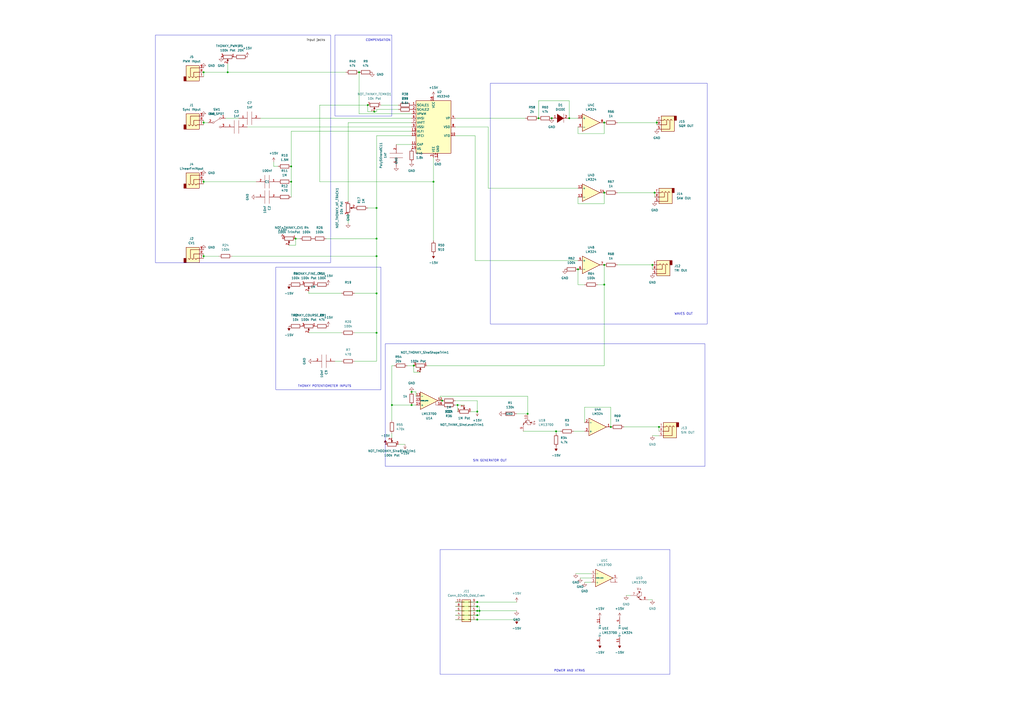
<source format=kicad_sch>
(kicad_sch (version 20230121) (generator eeschema)
  (paper "A2")
  (lib_symbols
    (symbol "Amplifier_Operational:LM13700" (pin_names (offset 0.127))
      (property "Reference" "U" (at 3.81 5.08 0))
      (property "Value" "LM13700" (at 5.08 -5.08 0))
      (symbol "LM13700_1_1"
        (polyline (pts (xy 3.81 -0.635) (xy 3.81 -2.54) (xy 5.08 -2.54)))
        (polyline (pts (xy 5.08 0) (xy -5.08 -5.08) (xy -5.08 5.08) (xy 5.08 0)) (stroke (width 0.254)) (fill (type background)))
        (pin output line (at 7.62 0 180) (length 2.54) (name "~") (number "12"))
        (pin input line (at -7.62 2.54 0) (length 2.54) (name "-") (number "13"))
        (pin input line (at -7.62 -2.54 0) (length 2.54) (name "+") (number "14"))
        (pin input line (at -7.62 0 0) (length 2.54) (name "DIODE_BIAS") (number "15"))
        (pin input line (at 7.62 -2.54 180) (length 2.54) (name "~") (number "16"))
      )
      (symbol "LM13700_2_0"
        (polyline (pts (xy -1.905 2.54) (xy -3.175 2.54)))
      )
      (symbol "LM13700_2_1"
        (circle (center -2.54 1.905) (radius 0.254) (stroke (width 0.254)) (fill (type outline)))
        (polyline (pts (xy -3.81 -0.635) (xy -2.54 -1.27)))
        (polyline (pts (xy -3.81 1.27) (xy -3.81 -1.27)))
        (polyline (pts (xy -2.54 -1.905) (xy -1.27 -2.54)))
        (polyline (pts (xy -2.54 0) (xy -2.54 -2.54)))
        (polyline (pts (xy -3.81 0.635) (xy -2.54 1.27) (xy -2.54 1.905) (xy -2.54 2.54)))
        (polyline (pts (xy -2.54 -1.27) (xy -3.175 -0.635) (xy -3.175 -1.27) (xy -2.54 -1.27)) (fill (type outline)))
        (polyline (pts (xy -2.54 -0.635) (xy -1.27 0) (xy -1.27 1.905) (xy -2.54 1.905)))
        (polyline (pts (xy -1.27 -2.54) (xy -1.905 -1.905) (xy -1.905 -2.54) (xy -1.27 -2.54)) (fill (type outline)))
        (text "V+" (at -2.54 3.81 0) (effects (font (size 1.27 1.27))))
        (pin input line (at -7.62 0 0) (length 3.81) (name "~") (number "10"))
        (pin output line (at 2.54 -2.54 180) (length 3.81) (name "~") (number "9"))
      )
      (symbol "LM13700_3_1"
        (polyline (pts (xy 3.81 -0.635) (xy 3.81 -2.54) (xy 5.08 -2.54)))
        (polyline (pts (xy 5.08 0) (xy -5.08 -5.08) (xy -5.08 5.08) (xy 5.08 0)) (stroke (width 0.254)) (fill (type background)))
        (pin input line (at 7.62 -2.54 180) (length 2.54) (name "~") (number "1"))
        (pin input line (at -7.62 0 0) (length 2.54) (name "DIODE_BIAS") (number "2"))
        (pin input line (at -7.62 -2.54 0) (length 2.54) (name "+") (number "3"))
        (pin input line (at -7.62 2.54 0) (length 2.54) (name "-") (number "4"))
        (pin output line (at 7.62 0 180) (length 2.54) (name "~") (number "5"))
      )
      (symbol "LM13700_4_0"
        (polyline (pts (xy -3.175 2.54) (xy -1.905 2.54)))
        (text "V+" (at -2.54 3.81 0) (effects (font (size 1.27 1.27))))
      )
      (symbol "LM13700_4_1"
        (circle (center -2.54 1.905) (radius 0.254) (stroke (width 0.254)) (fill (type outline)))
        (polyline (pts (xy -3.81 -0.635) (xy -2.54 -1.27)))
        (polyline (pts (xy -3.81 1.27) (xy -3.81 -1.27)))
        (polyline (pts (xy -2.54 -1.905) (xy -1.27 -2.54)))
        (polyline (pts (xy -2.54 0) (xy -2.54 -2.54)))
        (polyline (pts (xy -3.81 0.635) (xy -2.54 1.27) (xy -2.54 2.54)))
        (polyline (pts (xy -2.54 -1.27) (xy -3.175 -0.635) (xy -3.175 -1.27) (xy -2.54 -1.27)) (fill (type outline)))
        (polyline (pts (xy -2.54 -0.635) (xy -1.27 0) (xy -1.27 1.905) (xy -2.54 1.905)))
        (polyline (pts (xy -1.27 -2.54) (xy -1.905 -1.905) (xy -1.905 -2.54) (xy -1.27 -2.54)) (fill (type outline)))
        (pin input line (at -7.62 0 0) (length 3.81) (name "~") (number "7"))
        (pin output line (at 2.54 -2.54 180) (length 3.81) (name "~") (number "8"))
      )
      (symbol "LM13700_5_1"
        (pin power_in line (at -2.54 7.62 270) (length 3.81) (name "V+") (number "11"))
        (pin power_in line (at -2.54 -7.62 90) (length 3.81) (name "V-") (number "6"))
      )
    )
    (symbol "Amplifier_Operational:LM324" (pin_names (offset 0.127))
      (property "Reference" "U" (at 0 5.08 0))
      (property "Value" "LM324" (at 0 -5.08 0))
      (symbol "LM324_1_1"
        (polyline (pts (xy -5.08 5.08) (xy 5.08 0) (xy -5.08 -5.08) (xy -5.08 5.08)) (stroke (width 0.254)) (fill (type background)))
        (pin output line (at 7.62 0 180) (length 2.54) (name "~") (number "1"))
        (pin input line (at -7.62 -2.54 0) (length 2.54) (name "-") (number "2"))
        (pin input line (at -7.62 2.54 0) (length 2.54) (name "+") (number "3"))
      )
      (symbol "LM324_2_1"
        (polyline (pts (xy -5.08 5.08) (xy 5.08 0) (xy -5.08 -5.08) (xy -5.08 5.08)) (stroke (width 0.254)) (fill (type background)))
        (pin input line (at -7.62 2.54 0) (length 2.54) (name "+") (number "5"))
        (pin input line (at -7.62 -2.54 0) (length 2.54) (name "-") (number "6"))
        (pin output line (at 7.62 0 180) (length 2.54) (name "~") (number "7"))
      )
      (symbol "LM324_3_1"
        (polyline (pts (xy -5.08 5.08) (xy 5.08 0) (xy -5.08 -5.08) (xy -5.08 5.08)) (stroke (width 0.254)) (fill (type background)))
        (pin input line (at -7.62 2.54 0) (length 2.54) (name "+") (number "10"))
        (pin output line (at 7.62 0 180) (length 2.54) (name "~") (number "8"))
        (pin input line (at -7.62 -2.54 0) (length 2.54) (name "-") (number "9"))
      )
      (symbol "LM324_4_1"
        (polyline (pts (xy -5.08 5.08) (xy 5.08 0) (xy -5.08 -5.08) (xy -5.08 5.08)) (stroke (width 0.254)) (fill (type background)))
        (pin input line (at -7.62 2.54 0) (length 2.54) (name "+") (number "12"))
        (pin input line (at -7.62 -2.54 0) (length 2.54) (name "-") (number "13"))
        (pin output line (at 7.62 0 180) (length 2.54) (name "~") (number "14"))
      )
      (symbol "LM324_5_1"
        (pin power_in line (at -2.54 -7.62 90) (length 3.81) (name "V-") (number "11"))
        (pin power_in line (at -2.54 7.62 270) (length 3.81) (name "V+") (number "4"))
      )
    )
    (symbol "Audio:AS3340"
      (property "Reference" "U" (at -5.08 17.78 0))
      (property "Value" "AS3340" (at 5.08 17.78 0))
      (symbol "AS3340_0_1"
        (rectangle (start -10.16 15.24) (end 10.16 -15.24) (stroke (width 0.254)) (fill (type background)))
      )
      (symbol "AS3340_1_1"
        (pin input line (at -12.7 12.7 0) (length 2.54) (name "SCALE1") (number "1"))
        (pin output line (at 12.7 -5.08 180) (length 2.54) (name "VTO") (number "10"))
        (pin passive line (at -12.7 -10.16 0) (length 2.54) (name "CAP") (number "11"))
        (pin power_in line (at 2.54 -17.78 90) (length 2.54) (name "GND") (number "12"))
        (pin input line (at -12.7 -2.54 0) (length 2.54) (name "VLFI") (number "13"))
        (pin passive line (at -12.7 -12.7 0) (length 2.54) (name "VS") (number "14"))
        (pin input line (at -12.7 -5.08 0) (length 2.54) (name "VFCI") (number "15"))
        (pin power_in line (at 0 17.78 270) (length 2.54) (name "VCC") (number "16"))
        (pin input line (at -12.7 10.16 0) (length 2.54) (name "SCALE2") (number "2"))
        (pin power_in line (at 0 -17.78 90) (length 2.54) (name "VEE") (number "3"))
        (pin output line (at 12.7 5.08 180) (length 2.54) (name "VP") (number "4"))
        (pin input line (at -12.7 7.62 0) (length 2.54) (name "VPWM") (number "5"))
        (pin input line (at -12.7 5.08 0) (length 2.54) (name "VHSI") (number "6"))
        (pin input line (at -12.7 2.54 0) (length 2.54) (name "VHFT") (number "7"))
        (pin output line (at 12.7 0 180) (length 2.54) (name "VSO") (number "8"))
        (pin input line (at -12.7 0 0) (length 2.54) (name "VSSI") (number "9"))
      )
    )
    (symbol "Connector:AudioJack3"
      (property "Reference" "J" (at 0 8.89 0))
      (property "Value" "AudioJack3" (at 0 6.35 0))
      (symbol "AudioJack3_0_1"
        (rectangle (start -5.08 -5.08) (end -6.35 -2.54) (stroke (width 0.254)) (fill (type outline)))
        (polyline (pts (xy 0 -2.54) (xy 0.635 -3.175) (xy 1.27 -2.54) (xy 2.54 -2.54)) (stroke (width 0.254)))
        (polyline (pts (xy -1.905 -2.54) (xy -1.27 -3.175) (xy -0.635 -2.54) (xy -0.635 0) (xy 2.54 0)) (stroke (width 0.254)))
        (polyline (pts (xy 2.54 2.54) (xy -2.54 2.54) (xy -2.54 -2.54) (xy -3.175 -3.175) (xy -3.81 -2.54)) (stroke (width 0.254)))
        (rectangle (start 2.54 3.81) (end -5.08 -5.08) (stroke (width 0.254)) (fill (type background)))
      )
      (symbol "AudioJack3_1_1"
        (pin passive line (at 5.08 0 180) (length 2.54) (name "~") (number "R"))
        (pin passive line (at 5.08 2.54 180) (length 2.54) (name "~") (number "S"))
        (pin passive line (at 5.08 -2.54 180) (length 2.54) (name "~") (number "T"))
      )
    )
    (symbol "Connector_Generic:Conn_02x05_Odd_Even" (pin_names (offset 1.016) hide)
      (property "Reference" "J" (at 1.27 7.62 0))
      (property "Value" "Conn_02x05_Odd_Even" (at 1.27 -7.62 0))
      (symbol "Conn_02x05_Odd_Even_1_1"
        (rectangle (start -1.27 -4.953) (end 0 -5.207) (stroke (width 0.1524)))
        (rectangle (start -1.27 -2.413) (end 0 -2.667) (stroke (width 0.1524)))
        (rectangle (start -1.27 0.127) (end 0 -0.127) (stroke (width 0.1524)))
        (rectangle (start -1.27 2.667) (end 0 2.413) (stroke (width 0.1524)))
        (rectangle (start -1.27 5.207) (end 0 4.953) (stroke (width 0.1524)))
        (rectangle (start -1.27 6.35) (end 3.81 -6.35) (stroke (width 0.254)) (fill (type background)))
        (rectangle (start 3.81 -4.953) (end 2.54 -5.207) (stroke (width 0.1524)))
        (rectangle (start 3.81 -2.413) (end 2.54 -2.667) (stroke (width 0.1524)))
        (rectangle (start 3.81 0.127) (end 2.54 -0.127) (stroke (width 0.1524)))
        (rectangle (start 3.81 2.667) (end 2.54 2.413) (stroke (width 0.1524)))
        (rectangle (start 3.81 5.207) (end 2.54 4.953) (stroke (width 0.1524)))
        (pin passive line (at -5.08 5.08 0) (length 3.81) (name "Pin_1") (number "1"))
        (pin passive line (at 7.62 -5.08 180) (length 3.81) (name "Pin_10") (number "10"))
        (pin passive line (at 7.62 5.08 180) (length 3.81) (name "Pin_2") (number "2"))
        (pin passive line (at -5.08 2.54 0) (length 3.81) (name "Pin_3") (number "3"))
        (pin passive line (at 7.62 2.54 180) (length 3.81) (name "Pin_4") (number "4"))
        (pin passive line (at -5.08 0 0) (length 3.81) (name "Pin_5") (number "5"))
        (pin passive line (at 7.62 0 180) (length 3.81) (name "Pin_6") (number "6"))
        (pin passive line (at -5.08 -2.54 0) (length 3.81) (name "Pin_7") (number "7"))
        (pin passive line (at 7.62 -2.54 180) (length 3.81) (name "Pin_8") (number "8"))
        (pin passive line (at -5.08 -5.08 0) (length 3.81) (name "Pin_9") (number "9"))
      )
    )
    (symbol "Device:R" (pin_numbers hide) (pin_names (offset 0))
      (property "Reference" "R" (at 2.032 0 90))
      (property "Value" "R" (at 0 0 90))
      (symbol "R_0_1"
        (rectangle (start -1.016 -2.54) (end 1.016 2.54) (stroke (width 0.254)))
      )
      (symbol "R_1_1"
        (pin passive line (at 0 3.81 270) (length 1.27) (name "~") (number "1"))
        (pin passive line (at 0 -3.81 90) (length 1.27) (name "~") (number "2"))
      )
    )
    (symbol "Device:R_Potentiometer" (pin_names (offset 1.016) hide)
      (property "Reference" "RV" (at -4.445 0 90))
      (property "Value" "R_Potentiometer" (at -2.54 0 90))
      (symbol "R_Potentiometer_0_1"
        (polyline (pts (xy 2.54 0) (xy 1.524 0)))
        (polyline (pts (xy 1.143 0) (xy 2.286 0.508) (xy 2.286 -0.508) (xy 1.143 0)) (fill (type outline)))
        (rectangle (start 1.016 2.54) (end -1.016 -2.54) (stroke (width 0.254)))
      )
      (symbol "R_Potentiometer_1_1"
        (pin passive line (at 0 3.81 270) (length 1.27) (name "1") (number "1"))
        (pin passive line (at 3.81 0 180) (length 1.27) (name "2") (number "2"))
        (pin passive line (at 0 -3.81 90) (length 1.27) (name "3") (number "3"))
      )
    )
    (symbol "GND_1" (power) (pin_names (offset 0))
      (property "Value" "GND_1" (at 0 -3.81 0))
      (symbol "GND_1_0_1"
        (polyline (pts (xy 0 0) (xy 0 -1.27) (xy 1.27 -1.27) (xy 0 -2.54) (xy -1.27 -1.27) (xy 0 -1.27)))
      )
      (symbol "GND_1_1_1"
        (pin power_in line (at 0 0 270) (length 0) hide (name "GND") (number "1"))
      )
    )
    (symbol "Switch:SW_SPDT" (pin_names (offset 0) hide)
      (property "Reference" "SW" (at 0 4.318 0))
      (property "Value" "SW_SPDT" (at 0 -5.08 0))
      (symbol "SW_SPDT_0_0"
        (circle (center -2.032 0) (radius 0.508))
        (circle (center 2.032 -2.54) (radius 0.508))
      )
      (symbol "SW_SPDT_0_1"
        (polyline (pts (xy -1.524 0.254) (xy 1.651 2.286)))
        (circle (center 2.032 2.54) (radius 0.508))
      )
      (symbol "SW_SPDT_1_1"
        (pin passive line (at 5.08 2.54 180) (length 2.54) (name "A") (number "1"))
        (pin passive line (at -5.08 0 0) (length 2.54) (name "B") (number "2"))
        (pin passive line (at 5.08 -2.54 180) (length 2.54) (name "C") (number "3"))
      )
    )
    (symbol "power:+15V" (power) (pin_names (offset 0))
      (property "Value" "+15V" (at 0 3.556 0))
      (symbol "+15V_0_1"
        (polyline (pts (xy -0.762 1.27) (xy 0 2.54)))
        (polyline (pts (xy 0 0) (xy 0 2.54)))
        (polyline (pts (xy 0 2.54) (xy 0.762 1.27)))
      )
      (symbol "+15V_1_1"
        (pin power_in line (at 0 0 90) (length 0) hide (name "+15V") (number "1"))
      )
    )
    (symbol "power:-15V" (power) (pin_names (offset 0))
      (property "Value" "-15V" (at 0 3.81 0))
      (symbol "-15V_0_0"
        (pin power_in line (at 0 0 90) (length 0) hide (name "-15V") (number "1"))
      )
      (symbol "-15V_0_1"
        (polyline (pts (xy 0 0) (xy 0 1.27) (xy 0.762 1.27) (xy 0 2.54) (xy -0.762 1.27) (xy 0 1.27)) (fill (type outline)))
      )
    )
    (symbol "power:GND" (power) (pin_names (offset 0))
      (property "Value" "GND" (at 0 -3.81 0))
      (symbol "GND_0_1"
        (polyline (pts (xy 0 0) (xy 0 -1.27) (xy 1.27 -1.27) (xy 0 -2.54) (xy -1.27 -1.27) (xy 0 -1.27)))
      )
      (symbol "GND_1_1"
        (pin power_in line (at 0 0 270) (length 0) hide (name "GND") (number "1"))
      )
    )
    (symbol "pspice:C" (pin_names (offset 0.254))
      (property "Reference" "C" (at 2.54 3.81 90))
      (property "Value" "C" (at 2.54 -3.81 90))
      (symbol "C_0_1"
        (polyline (pts (xy -3.81 -1.27) (xy 3.81 -1.27)))
        (polyline (pts (xy -3.81 1.27) (xy 3.81 1.27)))
      )
      (symbol "C_1_1"
        (pin passive line (at 0 6.35 270) (length 5.08) (name "~") (number "1"))
        (pin passive line (at 0 -6.35 90) (length 5.08) (name "~") (number "2"))
      )
    )
    (symbol "pspice:DIODE" (pin_names (offset 1.016) hide)
      (property "Reference" "D" (at 0 3.81 0))
      (property "Value" "DIODE" (at 0 -4.445 0))
      (symbol "DIODE_0_1"
        (polyline (pts (xy 1.905 2.54) (xy 1.905 -2.54)))
        (polyline (pts (xy -1.905 2.54) (xy -1.905 -2.54) (xy 1.905 0)) (fill (type outline)))
      )
      (symbol "DIODE_1_1"
        (pin input line (at -5.08 0 0) (length 3.81) (name "K") (number "1"))
        (pin input line (at 5.08 0 180) (length 3.81) (name "A") (number "2"))
      )
    )
  )
  (junction (at 276.86 356.87))
  (junction (at 335.28 156.21))
  (junction (at 350.52 111.76))
  (junction (at 217.17 64.77))
  (junction (at 132.08 41.91))
  (junction (at 251.46 105.41))
  (junction (at 350.52 71.12))
  (junction (at 330.2 68.58))
  (junction (at 378.46 153.67))
  (junction (at 171.45 138.43))
  (junction (at 306.07 240.03))
  (junction (at 350.52 165.1))
  (junction (at 118.11 41.91))
  (junction (at 218.44 170.18))
  (junction (at 227.33 234.95))
  (junction (at 312.42 68.58))
  (junction (at 256.54 232.41))
  (junction (at 168.91 96.52))
  (junction (at 218.44 138.43))
  (junction (at 265.43 234.95))
  (junction (at 276.86 349.25))
  (junction (at 276.86 351.79))
  (junction (at 208.28 41.91))
  (junction (at 218.44 193.04))
  (junction (at 322.58 250.19))
  (junction (at 276.86 238.76))
  (junction (at 118.11 105.41))
  (junction (at 218.44 148.59))
  (junction (at 118.11 148.59))
  (junction (at 213.36 60.96))
  (junction (at 379.73 111.76))
  (junction (at 118.11 71.12))
  (junction (at 278.13 354.33))
  (junction (at 238.76 227.33))
  (junction (at 350.52 153.67))
  (junction (at 218.44 120.65))
  (junction (at 168.91 105.41))
  (junction (at 381 71.12))
  (junction (at 240.03 212.09))
  (junction (at 354.33 247.65))
  (junction (at 238.76 234.95))
  (junction (at 382.27 247.65))
  (junction (at 320.04 68.58))
  (junction (at 276.86 354.33))
  (junction (at 276.86 359.41))
  (wire (pts (xy 278.13 354.33) (xy 299.72 354.33)))
  (wire (pts (xy 379.73 111.76) (xy 379.73 114.3)))
  (wire (pts (xy 201.93 71.12) (xy 238.76 71.12)))
  (wire (pts (xy 264.16 351.79) (xy 276.86 351.79)))
  (wire (pts (xy 218.44 64.77) (xy 217.17 64.77)))
  (wire (pts (xy 339.09 236.22) (xy 354.33 236.22)))
  (wire (pts (xy 336.55 335.28) (xy 342.9 335.28)))
  (wire (pts (xy 158.75 96.52) (xy 158.75 93.98)))
  (wire (pts (xy 306.07 229.87) (xy 306.07 240.03)))
  (wire (pts (xy 218.44 138.43) (xy 218.44 148.59)))
  (wire (pts (xy 330.2 58.42) (xy 312.42 58.42)))
  (wire (pts (xy 240.03 215.9) (xy 243.84 215.9)))
  (wire (pts (xy 118.11 148.59) (xy 127 148.59)))
  (wire (pts (xy 264.16 354.33) (xy 276.86 354.33)))
  (wire (pts (xy 378.46 153.67) (xy 378.46 156.21)))
  (wire (pts (xy 118.11 71.12) (xy 118.11 72.39)))
  (wire (pts (xy 201.93 116.84) (xy 201.93 71.12)))
  (wire (pts (xy 299.72 240.03) (xy 306.07 240.03)))
  (wire (pts (xy 118.11 104.14) (xy 118.11 105.41)))
  (wire (pts (xy 339.09 337.82) (xy 342.9 337.82)))
  (wire (pts (xy 200.66 41.91) (xy 132.08 41.91)))
  (wire (pts (xy 229.87 83.82) (xy 238.76 83.82)))
  (wire (pts (xy 205.74 170.18) (xy 218.44 170.18)))
  (wire (pts (xy 276.86 232.41) (xy 264.16 232.41)))
  (wire (pts (xy 276.86 354.33) (xy 278.13 354.33)))
  (wire (pts (xy 276.86 356.87) (xy 278.13 356.87)))
  (wire (pts (xy 118.11 71.12) (xy 120.65 71.12)))
  (wire (pts (xy 218.44 120.65) (xy 218.44 138.43)))
  (wire (pts (xy 179.07 168.91) (xy 179.07 170.18)))
  (wire (pts (xy 189.23 138.43) (xy 218.44 138.43)))
  (wire (pts (xy 205.74 209.55) (xy 218.44 209.55)))
  (wire (pts (xy 130.81 68.58) (xy 138.43 68.58)))
  (wire (pts (xy 218.44 148.59) (xy 218.44 170.18)))
  (wire (pts (xy 322.58 250.19) (xy 303.53 250.19)))
  (wire (pts (xy 171.45 138.43) (xy 173.99 138.43)))
  (wire (pts (xy 378.46 252.73) (xy 382.27 252.73)))
  (wire (pts (xy 358.14 71.12) (xy 381 71.12)))
  (wire (pts (xy 350.52 153.67) (xy 350.52 165.1)))
  (wire (pts (xy 332.74 250.19) (xy 339.09 250.19)))
  (wire (pts (xy 118.11 147.32) (xy 118.11 148.59)))
  (wire (pts (xy 185.42 60.96) (xy 185.42 105.41)))
  (wire (pts (xy 218.44 78.74) (xy 218.44 120.65)))
  (wire (pts (xy 264.16 68.58) (xy 304.8 68.58)))
  (wire (pts (xy 350.52 77.47) (xy 350.52 71.12)))
  (wire (pts (xy 330.2 68.58) (xy 335.28 68.58)))
  (wire (pts (xy 217.17 64.77) (xy 213.36 64.77)))
  (wire (pts (xy 335.28 77.47) (xy 350.52 77.47)))
  (wire (pts (xy 276.86 351.79) (xy 278.13 351.79)))
  (wire (pts (xy 201.93 129.54) (xy 201.93 124.46)))
  (wire (pts (xy 358.14 153.67) (xy 378.46 153.67)))
  (wire (pts (xy 335.28 118.11) (xy 350.52 118.11)))
  (wire (pts (xy 218.44 78.74) (xy 238.76 78.74)))
  (wire (pts (xy 227.33 212.09) (xy 227.33 234.95)))
  (wire (pts (xy 179.07 170.18) (xy 198.12 170.18)))
  (wire (pts (xy 118.11 148.59) (xy 118.11 149.86)))
  (wire (pts (xy 236.22 212.09) (xy 240.03 212.09)))
  (wire (pts (xy 335.28 156.21) (xy 335.28 165.1)))
  (wire (pts (xy 251.46 139.7) (xy 251.46 105.41)))
  (wire (pts (xy 218.44 209.55) (xy 218.44 193.04)))
  (wire (pts (xy 335.28 165.1) (xy 339.09 165.1)))
  (wire (pts (xy 264.16 359.41) (xy 276.86 359.41)))
  (wire (pts (xy 275.59 78.74) (xy 264.16 78.74)))
  (wire (pts (xy 350.52 165.1) (xy 350.52 212.09)))
  (wire (pts (xy 276.86 238.76) (xy 273.05 238.76)))
  (wire (pts (xy 161.29 96.52) (xy 158.75 96.52)))
  (wire (pts (xy 143.51 73.66) (xy 238.76 73.66)))
  (wire (pts (xy 275.59 151.13) (xy 335.28 151.13)))
  (wire (pts (xy 335.28 73.66) (xy 335.28 77.47)))
  (wire (pts (xy 312.42 58.42) (xy 312.42 68.58)))
  (wire (pts (xy 264.16 349.25) (xy 276.86 349.25)))
  (wire (pts (xy 241.3 227.33) (xy 238.76 227.33)))
  (wire (pts (xy 276.86 349.25) (xy 299.72 349.25)))
  (wire (pts (xy 283.21 73.66) (xy 283.21 109.22)))
  (wire (pts (xy 350.52 212.09) (xy 247.65 212.09)))
  (wire (pts (xy 213.36 60.96) (xy 185.42 60.96)))
  (wire (pts (xy 255.27 229.87) (xy 306.07 229.87)))
  (wire (pts (xy 185.42 105.41) (xy 251.46 105.41)))
  (wire (pts (xy 278.13 351.79) (xy 278.13 354.33)))
  (wire (pts (xy 168.91 96.52) (xy 168.91 105.41)))
  (wire (pts (xy 330.2 68.58) (xy 330.2 58.42)))
  (wire (pts (xy 322.58 250.19) (xy 325.12 250.19)))
  (wire (pts (xy 168.91 76.2) (xy 168.91 96.52)))
  (wire (pts (xy 381 71.12) (xy 381 72.39)))
  (wire (pts (xy 118.11 69.85) (xy 118.11 71.12)))
  (wire (pts (xy 168.91 76.2) (xy 238.76 76.2)))
  (wire (pts (xy 350.52 118.11) (xy 350.52 111.76)))
  (wire (pts (xy 132.08 36.83) (xy 132.08 41.91)))
  (wire (pts (xy 167.64 142.24) (xy 171.45 142.24)))
  (wire (pts (xy 227.33 234.95) (xy 238.76 234.95)))
  (wire (pts (xy 213.36 60.96) (xy 213.36 64.77)))
  (wire (pts (xy 118.11 41.91) (xy 132.08 41.91)))
  (wire (pts (xy 218.44 63.5) (xy 218.44 64.77)))
  (wire (pts (xy 240.03 212.09) (xy 240.03 215.9)))
  (wire (pts (xy 134.62 148.59) (xy 218.44 148.59)))
  (wire (pts (xy 276.86 238.76) (xy 276.86 232.41)))
  (wire (pts (xy 118.11 41.91) (xy 118.11 44.45)))
  (wire (pts (xy 335.28 114.3) (xy 335.28 118.11)))
  (wire (pts (xy 269.24 234.95) (xy 265.43 234.95)))
  (wire (pts (xy 227.33 234.95) (xy 227.33 243.84)))
  (wire (pts (xy 251.46 105.41) (xy 251.46 91.44)))
  (wire (pts (xy 220.98 60.96) (xy 231.14 60.96)))
  (wire (pts (xy 208.28 41.91) (xy 208.28 66.04)))
  (wire (pts (xy 168.91 105.41) (xy 168.91 114.3)))
  (wire (pts (xy 208.28 66.04) (xy 238.76 66.04)))
  (wire (pts (xy 213.36 120.65) (xy 218.44 120.65)))
  (wire (pts (xy 227.33 212.09) (xy 228.6 212.09)))
  (wire (pts (xy 205.74 193.04) (xy 218.44 193.04)))
  (wire (pts (xy 265.43 238.76) (xy 265.43 234.95)))
  (wire (pts (xy 358.14 111.76) (xy 379.73 111.76)))
  (wire (pts (xy 363.22 345.44) (xy 365.76 345.44)))
  (wire (pts (xy 198.12 193.04) (xy 179.07 193.04)))
  (wire (pts (xy 361.95 247.65) (xy 382.27 247.65)))
  (wire (pts (xy 350.52 165.1) (xy 346.71 165.1)))
  (wire (pts (xy 278.13 354.33) (xy 278.13 356.87)))
  (wire (pts (xy 283.21 109.22) (xy 335.28 109.22)))
  (wire (pts (xy 334.01 332.74) (xy 342.9 332.74)))
  (wire (pts (xy 255.27 229.87) (xy 255.27 232.41)))
  (wire (pts (xy 265.43 234.95) (xy 264.16 234.95)))
  (wire (pts (xy 322.58 251.46) (xy 322.58 250.19)))
  (wire (pts (xy 375.92 347.98) (xy 378.46 347.98)))
  (wire (pts (xy 264.16 356.87) (xy 276.86 356.87)))
  (wire (pts (xy 148.59 105.41) (xy 118.11 105.41)))
  (wire (pts (xy 241.3 229.87) (xy 241.3 227.33)))
  (wire (pts (xy 227.33 251.46) (xy 227.33 254)))
  (wire (pts (xy 339.09 245.11) (xy 339.09 236.22)))
  (wire (pts (xy 275.59 151.13) (xy 275.59 78.74)))
  (wire (pts (xy 171.45 142.24) (xy 171.45 138.43)))
  (wire (pts (xy 218.44 170.18) (xy 218.44 193.04)))
  (wire (pts (xy 382.27 247.65) (xy 382.27 250.19)))
  (wire (pts (xy 234.95 257.81) (xy 231.14 257.81)))
  (wire (pts (xy 264.16 73.66) (xy 283.21 73.66)))
  (wire (pts (xy 151.13 68.58) (xy 238.76 68.58)))
  (wire (pts (xy 231.14 63.5) (xy 218.44 63.5)))
  (wire (pts (xy 118.11 105.41) (xy 118.11 106.68)))
  (wire (pts (xy 381 69.85) (xy 381 71.12)))
  (wire (pts (xy 198.12 209.55) (xy 194.31 209.55)))
  (wire (pts (xy 255.27 232.41) (xy 256.54 232.41)))
  (wire (pts (xy 354.33 236.22) (xy 354.33 247.65)))
  (wire (pts (xy 276.86 359.41) (xy 299.72 359.41)))
  (wire (pts (xy 241.3 234.95) (xy 238.76 234.95)))
  (rectangle (start 160.02 154.94) (end 220.98 226.06))
  (rectangle (start 255.27 318.77) (end 388.62 391.16))
  (rectangle (start 90.17 20.32) (end 191.77 152.4))
  (rectangle (start 223.52 199.39) (end 408.94 270.51))
  (rectangle (start 284.48 48.26) (end 410.21 187.96))
  (rectangle (start 194.31 20.32) (end 227.33 67.31))
  (text "WAVES OUT" (at 391.16 182.88 0) (effects (font (size 1.27 1.27)) (justify left bottom)))
  (text "POWER AND XTRAS" (at 321.31 389.89 0) (effects (font (size 1.27 1.27)) (justify left bottom)))
  (text "COMPENSATION" (at 212.09 24.13 0) (effects (font (size 1.27 1.27)) (justify left bottom)))
  (text "SIN GENERATOR OUT" (at 274.32 267.97 0) (effects (font (size 1.27 1.27)) (justify left bottom)))
  (text "THONKY POTENTIOMETER INPUTS" (at 172.72 224.79 0) (effects (font (size 1.27 1.27)) (justify left bottom)))
  (label "input jacks" (at 177.8 24.13 0))
  (symbol (lib_id "Connector:AudioJack3") (at 113.03 147.32 0) (unit 1)
    (property "Reference" "J2" (at 111.125 138.43 0))
    (property "Value" "CV1" (at 111.125 140.97 0))
    (property "Footprint" "AudioJacks:Jack_3.5mm_QingPu_WQP-PJ398SM_Vertical" (effects hide))
  )
  (symbol (lib_id "Device:R") (at 201.93 209.55 90) (unit 1)
    (property "Reference" "R7" (at 201.93 203.0083 90))
    (property "Value" "470" (at 201.93 205.5483 90))
    (property "Footprint" "Resistor_SMD:R_0805_2012Metric" (effects hide))
  )
  (symbol (lib_id "power:GND") (at 118.11 144.78 180) (unit 1)
    (property "Reference" "#PWR0121" (effects hide))
    (property "Value" "GND" (at 120.65 143.5099 0) (effects (justify right)))
  )
  (symbol (lib_id "Amplifier_Operational:LM13700") (at 350.52 365.76 0) (unit 5)
    (property "Reference" "U1" (at 349.25 364.4899 0) (effects (justify left)))
    (property "Value" "LM13700" (at 349.25 367.0299 0) (effects (justify left)))
    (property "Footprint" "Package_SO:SOIC-16_3.9x9.9mm_P1.27mm" (effects hide))
    (property "Datasheet" "http://www.ti.com/lit/ds/symlink/lm13700.pdf" (effects hide))
  )
  (symbol (lib_id "Device:R") (at 322.58 255.27 180) (unit 1)
    (property "Reference" "R34" (at 325.12 253.9999 0) (effects (justify right)))
    (property "Value" "4.7k" (at 325.12 256.5399 0) (effects (justify right)))
    (property "Footprint" "Resistor_SMD:R_1206_3216Metric" (effects hide))
  )
  (symbol (lib_id "Amplifier_Operational:LM324") (at 342.9 111.76 0) (unit 4)
    (property "Reference" "U4" (at 342.9 101.6 0))
    (property "Value" "LM324" (at 342.9 104.14 0))
    (property "Footprint" "Package_SO:SOIC-14_3.9x8.7mm_P1.27mm" (effects hide))
    (property "Datasheet" "http://www.ti.com/lit/ds/symlink/lm2902-n.pdf" (effects hide))
  )
  (symbol (lib_id "pspice:DIODE") (at 325.12 68.58 0) (unit 1)
    (property "Reference" "D1" (at 325.12 60.96 0))
    (property "Value" "DIODE" (at 325.12 63.5 0))
    (property "Footprint" "Capacitor_THT:C_Disc_D3.0mm_W1.6mm_P2.50mm" (effects hide))
  )
  (symbol (lib_id "Connector:AudioJack3") (at 113.03 41.91 0) (unit 1)
    (property "Reference" "J5" (at 111.125 33.02 0))
    (property "Value" "PWM INput" (at 111.125 35.56 0))
    (property "Footprint" "AudioJacks:Jack_3.5mm_QingPu_WQP-PJ398SM_Vertical" (effects hide))
  )
  (symbol (lib_id "power:+15V") (at 347.98 358.14 0) (unit 1)
    (property "Reference" "#PWR0161" (effects hide))
    (property "Value" "+15V" (at 347.98 353.06 0))
  )
  (symbol (lib_id "power:GND") (at 299.72 354.33 0) (unit 1)
    (property "Reference" "#PWR0109" (effects hide))
    (property "Value" "GND" (at 299.72 359.41 0))
  )
  (symbol (lib_id "Device:R") (at 227.33 247.65 0) (unit 1)
    (property "Reference" "R55" (at 229.87 246.38 0) (effects (justify left)))
    (property "Value" "470k" (at 229.87 248.92 0) (effects (justify left)))
    (property "Footprint" "Resistor_SMD:R_0805_2012Metric" (effects hide))
  )
  (symbol (lib_id "Device:R") (at 130.81 148.59 90) (unit 1)
    (property "Reference" "R24" (at 130.81 142.24 90))
    (property "Value" "100k" (at 130.81 144.78 90))
    (property "Footprint" "Resistor_SMD:R_1206_3216Metric" (effects hide))
  )
  (symbol (lib_id "power:GND") (at 229.87 96.52 0) (unit 1)
    (property "Reference" "#PWR0116" (effects hide))
    (property "Value" "GND" (at 229.87 95.25 90) (effects (justify left)))
  )
  (symbol (lib_id "Device:R_Potentiometer") (at 167.64 138.43 270) (unit 1)
    (property "Reference" "NOT+THINKY_CV1" (at 167.64 132.08 90))
    (property "Value" "100k TrimPot" (at 167.64 134.62 90))
    (property "Footprint" "Potentiometer_THT:Potentiometer_ACP_CA6-H2,5_Horizontal" (effects hide))
  )
  (symbol (lib_id "Device:R") (at 232.41 212.09 90) (unit 1)
    (property "Reference" "R54" (at 231.14 207.01 90))
    (property "Value" "20k" (at 231.14 209.55 90))
    (property "Footprint" "Resistor_SMD:R_0805_2012Metric" (effects hide))
  )
  (symbol (lib_id "Device:R") (at 201.93 193.04 90) (unit 1)
    (property "Reference" "R20" (at 201.93 186.69 90))
    (property "Value" "100k" (at 201.93 189.23 90))
    (property "Footprint" "Resistor_SMD:R_1206_3216Metric" (effects hide))
  )
  (symbol (lib_id "Connector:AudioJack3") (at 386.08 72.39 180) (unit 1)
    (property "Reference" "J15" (at 393.7 70.4849 0) (effects (justify right)))
    (property "Value" "SQR OUT" (at 393.7 73.0249 0) (effects (justify right)))
    (property "Footprint" "AudioJacks:Jack_3.5mm_QingPu_WQP-PJ398SM_Vertical" (effects hide))
  )
  (symbol (lib_id "Audio:AS3340") (at 251.46 73.66 0) (unit 1)
    (property "Reference" "U2" (at 253.4794 53.34 0) (effects (justify left)))
    (property "Value" "AS3340" (at 253.4794 55.88 0) (effects (justify left)))
    (property "Footprint" "Package_DIP:DIP-16_W7.62mm" (effects hide))
    (property "Datasheet" "http://www.alfarzpp.lv/eng/sc/AS3340.pdf" (effects hide))
  )
  (symbol (lib_id "power:GND") (at 339.09 337.82 0) (unit 1)
    (property "Reference" "#PWR0126" (effects hide))
    (property "Value" "GND" (at 339.09 342.9 0))
  )
  (symbol (lib_id "Device:R_Potentiometer") (at 179.07 189.23 270) (unit 1)
    (property "Reference" "THONKY_COURSE_CV1" (at 179.07 182.88 90))
    (property "Value" "100k Pot" (at 179.07 185.42 90))
    (property "Footprint" "Potentiometer_THT:Potentiometer_Alps_RK09K_Single_Vertical" (effects hide))
  )
  (symbol (lib_id "Device:R") (at 238.76 231.14 0) (unit 1)
    (property "Reference" "R51" (effects hide))
    (property "Value" "1k" (at 236.22 229.8701 0) (effects (justify right)))
    (property "Footprint" "Resistor_SMD:R_1206_3216Metric" (effects hide))
  )
  (symbol (lib_id "Device:R") (at 358.14 247.65 90) (unit 1)
    (property "Reference" "R69" (at 358.14 241.3 90))
    (property "Value" "1k" (at 358.14 243.84 90))
    (property "Footprint" "Resistor_SMD:R_1206_3216Metric" (effects hide))
  )
  (symbol (lib_id "Device:R") (at 354.33 71.12 90) (unit 1)
    (property "Reference" "R66" (at 354.33 64.77 90))
    (property "Value" "1k" (at 354.33 67.31 90))
    (property "Footprint" "Resistor_SMD:R_1206_3216Metric" (effects hide))
  )
  (symbol (lib_id "power:GND") (at 363.22 345.44 0) (unit 1)
    (property "Reference" "#PWR0117" (effects hide))
    (property "Value" "GND" (at 363.22 350.52 0))
  )
  (symbol (lib_id "Device:R_Potentiometer") (at 179.07 165.1 270) (unit 1)
    (property "Reference" "THONKY_FINE_CV1" (at 179.07 158.75 90))
    (property "Value" "100k Pot" (at 179.07 161.29 90))
    (property "Footprint" "Potentiometer_THT:Potentiometer_Alps_RK09K_Single_Vertical" (effects hide))
  )
  (symbol (lib_id "Device:R") (at 260.35 232.41 270) (unit 1)
    (property "Reference" "R37" (at 260.35 238.76 90))
    (property "Value" "1M" (at 260.35 236.22 90))
    (property "Footprint" "Resistor_SMD:R_1206_3216Metric" (effects hide))
  )
  (symbol (lib_id "power:GND") (at 381 74.93 0) (unit 1)
    (property "Reference" "#PWR0164" (effects hide))
    (property "Value" "GND" (at 381 80.01 0))
  )
  (symbol (lib_id "power:+15V") (at 234.95 257.81 180) (unit 1)
    (property "Reference" "#PWR0157" (effects hide))
    (property "Value" "+15V" (at 234.95 262.89 0))
  )
  (symbol (lib_id "Amplifier_Operational:LM13700") (at 350.52 335.28 0) (unit 3)
    (property "Reference" "U1" (at 350.52 325.12 0))
    (property "Value" "LM13700" (at 350.52 327.66 0))
    (property "Footprint" "Package_SO:SOIC-16_3.9x9.9mm_P1.27mm" (effects hide))
    (property "Datasheet" "http://www.ti.com/lit/ds/symlink/lm13700.pdf" (effects hide))
  )
  (symbol (lib_id "power:+15V") (at 190.5 165.1 0) (unit 1)
    (property "Reference" "#PWR0122" (effects hide))
    (property "Value" "+15V" (at 190.5 160.02 0))
  )
  (symbol (lib_id "pspice:C") (at 154.94 105.41 270) (unit 1)
    (property "Reference" "C1" (at 154.94 105.41 90))
    (property "Value" "100nf" (at 154.94 99.06 90))
    (property "Footprint" "Capacitor_SMD:C_1206_3216Metric" (effects hide))
  )
  (symbol (lib_id "power:GND") (at 201.93 129.54 0) (unit 1)
    (property "Reference" "#PWR0106" (effects hide))
    (property "Value" "GND" (at 201.93 128.27 90) (effects (justify left)))
  )
  (symbol (lib_id "power:-15V") (at 251.46 147.32 180) (unit 1)
    (property "Reference" "#PWR0170" (effects hide))
    (property "Value" "-15V" (at 251.46 152.4 0))
  )
  (symbol (lib_id "Device:R") (at 234.95 63.5 90) (unit 1)
    (property "Reference" "R39" (at 234.95 57.15 90))
    (property "Value" "5.6k" (at 234.95 59.69 90))
    (property "Footprint" "Resistor_SMD:R_0805_2012Metric" (effects hide))
  )
  (symbol (lib_id "Amplifier_Operational:LM13700") (at 306.07 247.65 270) (unit 2)
    (property "Reference" "U1" (at 312.42 243.8399 90) (effects (justify left)))
    (property "Value" "LM13700" (at 312.42 246.3799 90) (effects (justify left)))
    (property "Footprint" "Package_SO:SOIC-16_3.9x9.9mm_P1.27mm" (effects hide))
    (property "Datasheet" "http://www.ti.com/lit/ds/symlink/lm13700.pdf" (effects hide))
  )
  (symbol (lib_id "power:GND") (at 334.01 332.74 0) (unit 1)
    (property "Reference" "#PWR0119" (effects hide))
    (property "Value" "GND" (at 334.01 337.82 0))
  )
  (symbol (lib_id "Device:R") (at 260.35 234.95 270) (unit 1)
    (property "Reference" "R36" (at 260.35 241.3 90))
    (property "Value" "100k" (at 260.35 238.76 90))
    (property "Footprint" "Resistor_SMD:R_1206_3216Metric" (effects hide))
  )
  (symbol (lib_id "Device:R_Potentiometer") (at 201.93 120.65 0) (unit 1)
    (property "Reference" "NOT_THONKY_HF_TRACK1" (at 195.58 120.65 90))
    (property "Value" "10k Pot" (at 198.12 120.65 90))
    (property "Footprint" "Potentiometer_THT:Potentiometer_ACP_CA6-H2,5_Horizontal" (effects hide))
  )
  (symbol (lib_id "Connector:AudioJack3") (at 384.81 114.3 180) (unit 1)
    (property "Reference" "J14" (at 392.43 112.3949 0) (effects (justify right)))
    (property "Value" "SAW OUt" (at 392.43 114.9349 0) (effects (justify right)))
    (property "Footprint" "AudioJacks:Jack_3.5mm_QingPu_WQP-PJ398SM_Vertical" (effects hide))
  )
  (symbol (lib_id "Device:R_Potentiometer") (at 217.17 60.96 270) (unit 1)
    (property "Reference" "NOT_THINKY_TEMKO1" (at 217.17 54.61 90))
    (property "Value" "10k Pot" (at 217.17 57.15 90))
    (property "Footprint" "Potentiometer_THT:Potentiometer_ACP_CA6-H2,5_Horizontal" (effects hide))
  )
  (symbol (lib_id "power:GND") (at 336.55 335.28 0) (unit 1)
    (property "Reference" "#PWR0120" (effects hide))
    (property "Value" "GND" (at 336.55 340.36 0))
  )
  (symbol (lib_id "Device:R") (at 316.23 68.58 90) (unit 1)
    (property "Reference" "R60" (at 316.23 62.23 90))
    (property "Value" "47k" (at 316.23 64.77 90))
    (property "Footprint" "Resistor_SMD:R_0805_2012Metric" (effects hide))
  )
  (symbol (lib_id "pspice:C") (at 187.96 209.55 270) (unit 1)
    (property "Reference" "C9" (at 189.2301 214.63 0) (effects (justify left)))
    (property "Value" "10nf" (at 186.6901 214.63 0) (effects (justify left)))
    (property "Footprint" "Capacitor_SMD:C_1206_3216Metric" (effects hide))
  )
  (symbol (lib_id "Device:R") (at 328.93 250.19 90) (unit 1)
    (property "Reference" "R3" (at 328.93 243.84 90))
    (property "Value" "1k" (at 328.93 246.38 90))
    (property "Footprint" "Resistor_SMD:R_1206_3216Metric" (effects hide))
  )
  (symbol (lib_id "power:-15V") (at 347.98 373.38 180) (unit 1)
    (property "Reference" "#PWR0159" (effects hide))
    (property "Value" "-15V" (at 347.98 378.46 0))
  )
  (symbol (lib_id "Device:R") (at 204.47 41.91 90) (unit 1)
    (property "Reference" "R40" (at 204.47 35.56 90))
    (property "Value" "47k" (at 204.47 38.1 90))
    (property "Footprint" "Resistor_SMD:R_0805_2012Metric" (effects hide))
  )
  (symbol (lib_id "Device:R") (at 186.69 189.23 90) (unit 1)
    (property "Reference" "R8" (at 186.69 182.88 90))
    (property "Value" "47k" (at 186.69 185.42 90))
    (property "Footprint" "Resistor_SMD:R_0805_2012Metric" (effects hide))
  )
  (symbol (lib_id "power:-15V") (at 359.41 373.38 180) (unit 1)
    (property "Reference" "#PWR0160" (effects hide))
    (property "Value" "-15V" (at 359.41 378.46 0))
  )
  (symbol (lib_id "power:GND") (at 378.46 252.73 0) (unit 1)
    (property "Reference" "#PWR0169" (effects hide))
    (property "Value" "GND" (at 378.46 257.81 0))
  )
  (symbol (lib_id "Switch:SW_SPDT") (at 125.73 71.12 0) (unit 1)
    (property "Reference" "SW1" (at 125.73 63.5 0))
    (property "Value" "SW_SPDT" (at 125.73 66.04 0))
    (property "Footprint" "AAA MY Parts:Dailywell mini DWB1 SPDT" (effects hide))
  )
  (symbol (lib_id "power:GND") (at 118.11 101.6 180) (unit 1)
    (property "Reference" "#PWR0104" (effects hide))
    (property "Value" "GND" (at 120.65 100.3299 0) (effects (justify right)))
  )
  (symbol (lib_id "Connector:AudioJack3") (at 113.03 104.14 0) (unit 1)
    (property "Reference" "J4" (at 111.125 95.25 0))
    (property "Value" "LinearFmINput" (at 111.125 97.79 0))
    (property "Footprint" "AudioJacks:Jack_3.5mm_QingPu_WQP-PJ398SM_Vertical" (effects hide))
  )
  (symbol (lib_id "Device:R") (at 212.09 41.91 90) (unit 1)
    (property "Reference" "R9" (at 212.09 35.56 90))
    (property "Value" "47k" (at 212.09 38.1 90))
    (property "Footprint" "Resistor_SMD:R_0805_2012Metric" (effects hide))
  )
  (symbol (lib_id "power:GND") (at 254 91.44 0) (unit 1)
    (property "Reference" "#PWR0171" (effects hide))
    (property "Value" "GND" (at 254 95.25 0))
  )
  (symbol (lib_id "power:+15V") (at 190.5 189.23 0) (unit 1)
    (property "Reference" "#PWR0123" (effects hide))
    (property "Value" "+15V" (at 190.5 184.15 0))
  )
  (symbol (lib_id "Device:R") (at 171.45 189.23 90) (unit 1)
    (property "Reference" "R2" (at 171.45 182.88 90))
    (property "Value" "10k" (at 171.45 185.42 90))
    (property "Footprint" "Resistor_SMD:R_1206_3216Metric" (effects hide))
  )
  (symbol (lib_id "Amplifier_Operational:LM13700") (at 248.92 232.41 0) (unit 1)
    (property "Reference" "U1" (at 248.92 242.57 0))
    (property "Value" "LM13700" (at 248.92 240.03 0))
    (property "Footprint" "Package_SO:SOIC-16_3.9x9.9mm_P1.27mm" (effects hide))
    (property "Datasheet" "http://www.ti.com/lit/ds/symlink/lm13700.pdf" (effects hide))
  )
  (symbol (lib_id "pspice:C") (at 137.16 73.66 90) (unit 1)
    (property "Reference" "C3" (at 137.16 64.77 90))
    (property "Value" "1nf" (at 137.16 67.31 90))
    (property "Footprint" "Capacitor_SMD:C_1206_3216Metric" (effects hide))
  )
  (symbol (lib_id "power:+15V") (at 276.86 238.76 180) (unit 1)
    (property "Reference" "#PWR0113" (effects hide))
    (property "Value" "+15V" (at 276.86 243.84 0))
  )
  (symbol (lib_id "Device:R") (at 201.93 170.18 90) (unit 1)
    (property "Reference" "R19" (at 201.93 163.83 90))
    (property "Value" "1M" (at 181.61 166.37 90))
    (property "Footprint" "Resistor_SMD:R_1206_3216Metric" (effects hide))
  )
  (symbol (lib_id "Device:R") (at 186.69 165.1 90) (unit 1)
    (property "Reference" "R16" (at 186.69 158.75 90))
    (property "Value" "100k" (at 186.69 161.29 90))
    (property "Footprint" "Resistor_SMD:R_1206_3216Metric" (effects hide))
  )
  (symbol (lib_id "power:+15V") (at 299.72 349.25 0) (unit 1)
    (property "Reference" "#PWR0110" (effects hide))
    (property "Value" "+15V" (at 299.72 344.17 0))
  )
  (symbol (lib_id "Device:R") (at 171.45 165.1 90) (unit 1)
    (property "Reference" "R6" (at 171.45 158.75 90))
    (property "Value" "100k" (at 171.45 161.29 90))
    (property "Footprint" "Resistor_SMD:R_1206_3216Metric" (effects hide))
  )
  (symbol (lib_id "power:GND") (at 320.04 68.58 0) (unit 1)
    (property "Reference" "#PWR0163" (effects hide))
    (property "Value" "GND" (at 320.04 73.66 0))
  )
  (symbol (lib_id "Device:R") (at 165.1 105.41 90) (unit 1)
    (property "Reference" "R11" (at 165.1 99.06 90))
    (property "Value" "1M" (at 165.1 101.6 90))
    (property "Footprint" "Resistor_SMD:R_1206_3216Metric" (effects hide))
  )
  (symbol (lib_id "power:GND") (at 238.76 227.33 180) (unit 1)
    (property "Reference" "#PWR0101" (effects hide))
    (property "Value" "GND" (at 238.76 222.25 0))
  )
  (symbol (lib_id "power:+15V") (at 163.83 138.43 0) (unit 1)
    (property "Reference" "#PWR0105" (effects hide))
    (property "Value" "+15V" (at 163.83 133.35 0))
  )
  (symbol (lib_id "Device:R") (at 354.33 111.76 90) (unit 1)
    (property "Reference" "R67" (at 354.33 105.41 90))
    (property "Value" "1k" (at 354.33 107.95 90))
    (property "Footprint" "Resistor_SMD:R_1206_3216Metric" (effects hide))
  )
  (symbol (lib_id "Connector_Generic:Conn_02x05_Odd_Even") (at 271.78 354.33 180) (unit 1)
    (property "Reference" "J11" (at 270.51 342.9 0))
    (property "Value" "Conn_02x05_Odd_Even" (at 270.51 345.44 0))
    (property "Footprint" "Connector_PinHeader_2.54mm:PinHeader_2x05_P2.54mm_Vertical" (effects hide))
  )
  (symbol (lib_id "Amplifier_Operational:LM324") (at 346.71 247.65 0) (mirror x) (unit 1)
    (property "Reference" "U4" (at 346.71 237.49 0))
    (property "Value" "LM324" (at 346.71 240.03 0))
    (property "Footprint" "Package_SO:SOIC-14_3.9x8.7mm_P1.27mm" (effects hide))
    (property "Datasheet" "http://www.ti.com/lit/ds/symlink/lm2902-n.pdf" (effects hide))
  )
  (symbol (lib_id "power:GND") (at 379.73 116.84 0) (unit 1)
    (property "Reference" "#PWR0165" (effects hide))
    (property "Value" "GND" (at 379.73 121.92 0))
  )
  (symbol (lib_id "Device:R") (at 238.76 90.17 0) (unit 1)
    (property "Reference" "R46" (at 241.3 88.8999 0) (effects (justify left)))
    (property "Value" "1.8k" (at 241.3 91.4399 0) (effects (justify left)))
    (property "Footprint" "Resistor_SMD:R_0805_2012Metric" (effects hide))
  )
  (symbol (lib_id "Device:R") (at 209.55 120.65 270) (unit 1)
    (property "Reference" "R17" (at 208.2799 118.11 0) (effects (justify right)))
    (property "Value" "1M" (at 210.8199 118.11 0) (effects (justify right)))
    (property "Footprint" "Resistor_SMD:R_1206_3216Metric" (effects hide))
  )
  (symbol (lib_id "pspice:C") (at 144.78 68.58 90) (unit 1)
    (property "Reference" "C7" (at 144.78 59.69 90))
    (property "Value" "1nf" (at 144.78 62.23 90))
    (property "Footprint" "Capacitor_SMD:C_1206_3216Metric" (effects hide))
  )
  (symbol (lib_id "Connector:AudioJack3") (at 383.54 156.21 180) (unit 1)
    (property "Reference" "J12" (at 391.16 154.3049 0) (effects (justify right)))
    (property "Value" "TRI OUt" (at 391.16 156.8449 0) (effects (justify right)))
    (property "Footprint" "AudioJacks:Jack_3.5mm_QingPu_WQP-PJ398SM_Vertical" (effects hide))
  )
  (symbol (lib_id "Device:R") (at 234.95 60.96 90) (unit 1)
    (property "Reference" "R38" (at 234.95 54.61 90))
    (property "Value" "24k" (at 234.95 57.15 90))
    (property "Footprint" "Resistor_SMD:R_0805_2012Metric" (effects hide))
  )
  (symbol (lib_id "Device:R") (at 139.7 33.02 90) (unit 1)
    (property "Reference" "R5" (at 139.7 26.67 90))
    (property "Value" "20K" (at 139.7 29.21 90))
    (property "Footprint" "Resistor_SMD:R_0805_2012Metric" (effects hide))
  )
  (symbol (lib_id "power:GND") (at 327.66 156.21 0) (unit 1)
    (property "Reference" "#PWR0172" (effects hide))
    (property "Value" "GND" (at 327.66 161.29 0))
  )
  (symbol (lib_id "power:-15V") (at 167.64 165.1 180) (unit 1)
    (property "Reference" "#PWR0112" (effects hide))
    (property "Value" "-15V" (at 167.64 170.18 0))
  )
  (symbol (lib_id "Device:R_Potentiometer") (at 269.24 238.76 90) (unit 1)
    (property "Reference" "NOT_THINK_SineLevelTrim1" (at 267.97 246.38 90))
    (property "Value" "1M Pot" (at 269.24 242.57 90))
    (property "Footprint" "Potentiometer_THT:Potentiometer_ACP_CA6-H2,5_Horizontal" (effects hide))
  )
  (symbol (lib_id "Device:R") (at 185.42 138.43 90) (unit 1)
    (property "Reference" "R26" (at 185.42 132.08 90))
    (property "Value" "100k" (at 185.42 134.62 90))
    (property "Footprint" "Resistor_SMD:R_1206_3216Metric" (effects hide))
  )
  (symbol (lib_id "power:+15V") (at 359.41 358.14 0) (unit 1)
    (property "Reference" "#PWR0162" (effects hide))
    (property "Value" "+15V" (at 359.41 353.06 0))
  )
  (symbol (lib_id "Device:R_Potentiometer") (at 243.84 212.09 270) (unit 1)
    (property "Reference" "NOT_THONKY_SineShapeTrim1" (at 246.38 204.47 90))
    (property "Value" "100k Pot" (at 242.57 209.55 90))
    (property "Footprint" "Potentiometer_THT:Potentiometer_ACP_CA6-H2,5_Horizontal" (effects hide))
  )
  (symbol (lib_id "Device:R") (at 165.1 114.3 270) (unit 1)
    (property "Reference" "R12" (at 165.1 107.95 90))
    (property "Value" "470" (at 165.1 110.49 90))
    (property "Footprint" "Resistor_SMD:R_0805_2012Metric" (effects hide))
  )
  (symbol (lib_id "power:GND") (at 292.1 240.03 270) (unit 1)
    (property "Reference" "#PWR0102" (effects hide))
    (property "Value" "GND" (at 293.37 240.03 90) (effects (justify left)))
  )
  (symbol (lib_id "Device:R_Potentiometer") (at 227.33 257.81 90) (unit 1)
    (property "Reference" "NOT_THOONKY_SineBiasTrim1" (at 227.33 261.62 90))
    (property "Value" "100k Pot" (at 227.33 264.16 90))
    (property "Footprint" "Potentiometer_THT:Potentiometer_ACP_CA6-H2,5_Horizontal" (effects hide))
  )
  (symbol (lib_id "Device:R") (at 354.33 153.67 90) (unit 1)
    (property "Reference" "R68" (at 354.33 147.32 90))
    (property "Value" "1k" (at 354.33 149.86 90))
    (property "Footprint" "Resistor_SMD:R_1206_3216Metric" (effects hide))
  )
  (symbol (lib_id "power:-15V") (at 167.64 189.23 180) (unit 1)
    (property "Reference" "#PWR0125" (effects hide))
    (property "Value" "-15V" (at 167.64 194.31 0))
  )
  (symbol (lib_name "GND_1") (lib_id "power:GND") (at 128.27 33.02 0) (unit 1)
    (property "Reference" "#PWR01" (effects hide))
    (property "Value" "GND" (at 128.27 38.1 0))
  )
  (symbol (lib_id "power:+15V") (at 158.75 93.98 0) (unit 1)
    (property "Reference" "#PWR0107" (effects hide))
    (property "Value" "+15V" (at 158.75 88.9 0))
  )
  (symbol (lib_id "power:GND") (at 238.76 93.98 0) (unit 1)
    (property "Reference" "#PWR0173" (effects hide))
    (property "Value" "GND" (at 238.76 99.06 0))
  )
  (symbol (lib_id "Amplifier_Operational:LM324") (at 342.9 153.67 0) (unit 2)
    (property "Reference" "U4" (at 342.9 143.51 0))
    (property "Value" "LM324" (at 342.9 146.05 0))
    (property "Footprint" "Package_SO:SOIC-14_3.9x8.7mm_P1.27mm" (effects hide))
    (property "Datasheet" "http://www.ti.com/lit/ds/symlink/lm2902-n.pdf" (effects hide))
  )
  (symbol (lib_id "power:-15V") (at 299.72 359.41 180) (unit 1)
    (property "Reference" "#PWR0108" (effects hide))
    (property "Value" "-15V" (at 299.72 364.49 0))
  )
  (symbol (lib_id "power:GND") (at 378.46 347.98 0) (unit 1)
    (property "Reference" "#PWR0118" (effects hide))
    (property "Value" "GND" (at 378.46 353.06 0))
  )
  (symbol (lib_id "power:GND") (at 181.61 209.55 270) (unit 1)
    (property "Reference" "#PWR0115" (effects hide))
    (property "Value" "GND" (at 176.53 209.55 0))
  )
  (symbol (lib_id "Device:R") (at 177.8 138.43 90) (unit 1)
    (property "Reference" "R4" (at 177.8 132.08 90))
    (property "Value" "100k" (at 177.8 134.62 90))
    (property "Footprint" "Resistor_SMD:R_1206_3216Metric" (effects hide))
  )
  (symbol (lib_id "Device:R") (at 165.1 96.52 90) (unit 1)
    (property "Reference" "R10" (at 165.1 90.17 90))
    (property "Value" "1.5M" (at 165.1 92.71 90))
    (property "Footprint" "Resistor_SMD:R_0603_1608Metric" (effects hide))
  )
  (symbol (lib_id "Device:R") (at 308.61 68.58 90) (unit 1)
    (property "Reference" "R58" (at 308.61 62.23 90))
    (property "Value" "2k" (at 308.61 64.77 90))
    (property "Footprint" "Resistor_SMD:R_1206_3216Metric" (effects hide))
  )
  (symbol (lib_id "Device:R") (at 251.46 143.51 0) (unit 1)
    (property "Reference" "R50" (at 254 142.2399 0) (effects (justify left)))
    (property "Value" "910" (at 254 144.7799 0) (effects (justify left)))
    (property "Footprint" "Resistor_SMD:R_1206_3216Metric" (effects hide))
  )
  (symbol (lib_id "power:GND") (at 215.9 41.91 0) (unit 1)
    (property "Reference" "#PWR02" (effects hide))
    (property "Value" "GND" (at 218.44 43.1799 0) (effects (justify left)))
  )
  (symbol (lib_id "Connector:AudioJack3") (at 113.03 69.85 0) (unit 1)
    (property "Reference" "J1" (at 111.125 60.96 0))
    (property "Value" "Sync INput" (at 111.125 63.5 0))
    (property "Footprint" "AudioJacks:Jack_3.5mm_QingPu_WQP-PJ398SM_Vertical" (effects hide))
  )
  (symbol (lib_id "power:-15V") (at 223.52 257.81 0) (unit 1)
    (property "Reference" "#PWR0158" (effects hide))
    (property "Value" "-15V" (at 223.52 252.73 0))
  )
  (symbol (lib_id "power:GND") (at 148.59 114.3 270) (unit 1)
    (property "Reference" "#PWR0124" (effects hide))
    (property "Value" "GND" (at 143.51 114.3 0))
  )
  (symbol (lib_id "power:GND") (at 378.46 158.75 0) (unit 1)
    (property "Reference" "#PWR0166" (effects hide))
    (property "Value" "GND" (at 378.46 163.83 0))
  )
  (symbol (lib_id "Amplifier_Operational:LM13700") (at 373.38 345.44 0) (unit 4)
    (property "Reference" "U1" (at 370.84 335.28 0))
    (property "Value" "LM13700" (at 370.84 337.82 0))
    (property "Footprint" "Package_SO:SOIC-16_3.9x9.9mm_P1.27mm" (effects hide))
    (property "Datasheet" "http://www.ti.com/lit/ds/symlink/lm13700.pdf" (effects hide))
  )
  (symbol (lib_id "Device:R") (at 342.9 165.1 90) (unit 1)
    (property "Reference" "R64" (at 342.9 158.75 90))
    (property "Value" "100k" (at 342.9 161.29 90))
    (property "Footprint" "Resistor_SMD:R_1206_3216Metric" (effects hide))
  )
  (symbol (lib_id "Connector:AudioJack3") (at 387.35 250.19 180) (unit 1)
    (property "Reference" "J13" (at 394.97 248.2849 0) (effects (justify right)))
    (property "Value" "SIN OUT" (at 394.97 250.8249 0) (effects (justify right)))
    (property "Footprint" "AudioJacks:Jack_3.5mm_QingPu_WQP-PJ398SM_Vertical" (effects hide))
  )
  (symbol (lib_id "Amplifier_Operational:LM324") (at 361.95 365.76 0) (unit 5)
    (property "Reference" "U4" (at 360.68 364.4899 0) (effects (justify left)))
    (property "Value" "LM324" (at 360.68 367.0299 0) (effects (justify left)))
    (property "Footprint" "Package_SO:SOIC-14_3.9x8.7mm_P1.27mm" (effects hide))
    (property "Datasheet" "http://www.ti.com/lit/ds/symlink/lm2902-n.pdf" (effects hide))
  )
  (symbol (lib_id "power:GND") (at 118.11 39.37 180) (unit 1)
    (property "Reference" "#PWR0127" (effects hide))
    (property "Value" "GND" (at 120.65 38.0999 0) (effects (justify right)))
  )
  (symbol (lib_id "Device:R") (at 331.47 156.21 90) (unit 1)
    (property "Reference" "R62" (at 331.47 149.86 90))
    (property "Value" "100k" (at 331.47 152.4 90))
    (property "Footprint" "Resistor_SMD:R_1206_3216Metric" (effects hide))
  )
  (symbol (lib_id "power:+15V") (at 143.51 33.02 0) (unit 1)
    (property "Reference" "#PWR0128" (effects hide))
    (property "Value" "+15V" (at 143.51 27.94 0))
  )
  (symbol (lib_id "power:-15V") (at 322.58 259.08 180) (unit 1)
    (property "Reference" "#PWR0114" (effects hide))
    (property "Value" "-15V" (at 322.58 264.16 0))
  )
  (symbol (lib_id "Device:R_Potentiometer") (at 132.08 33.02 270) (unit 1)
    (property "Reference" "THONKY_PWM1" (at 132.08 26.67 90))
    (property "Value" "100k Pot" (at 132.08 29.21 90))
    (property "Footprint" "Potentiometer_THT:Potentiometer_Alps_RK09K_Single_Vertical" (effects hide))
  )
  (symbol (lib_id "power:GND") (at 118.11 67.31 180) (unit 1)
    (property "Reference" "#PWR0129" (effects hide))
    (property "Value" "GND" (at 120.65 66.0399 0) (effects (justify right)))
  )
  (symbol (lib_id "Device:R") (at 295.91 240.03 90) (unit 1)
    (property "Reference" "R1" (at 295.91 233.68 90))
    (property "Value" "130k" (at 295.91 236.22 90))
    (property "Footprint" "Resistor_SMD:R_0603_1608Metric" (effects hide))
  )
  (symbol (lib_id "pspice:C") (at 154.94 114.3 90) (unit 1)
    (property "Reference" "C2" (at 156.2101 119.38 0) (effects (justify right)))
    (property "Value" "10nf" (at 153.6701 119.38 0) (effects (justify right)))
    (property "Footprint" "Capacitor_SMD:C_1206_3216Metric" (effects hide))
  )
  (symbol (lib_id "power:+15V") (at 251.46 55.88 0) (unit 1)
    (property "Reference" "#PWR0167" (effects hide))
    (property "Value" "+15V" (at 251.46 50.8 0))
  )
  (symbol (lib_id "pspice:C") (at 229.87 90.17 180) (unit 1)
    (property "Reference" "PolyStirene!C11" (at 220.98 90.17 90))
    (property "Value" "1nf" (at 223.52 90.17 90))
    (property "Footprint" "Capacitor_THT:C_Radial_D5.0mm_H5.0mm_P2.00mm" (effects hide))
  )
  (symbol (lib_id "Amplifier_Operational:LM324") (at 342.9 71.12 0) (unit 3)
    (property "Reference" "U4" (at 342.9 60.96 0))
    (property "Value" "LM324" (at 342.9 63.5 0))
    (property "Footprint" "Package_SO:SOIC-14_3.9x8.7mm_P1.27mm" (effects hide))
    (property "Datasheet" "http://www.ti.com/lit/ds/symlink/lm2902-n.pdf" (effects hide))
  )
)
</source>
